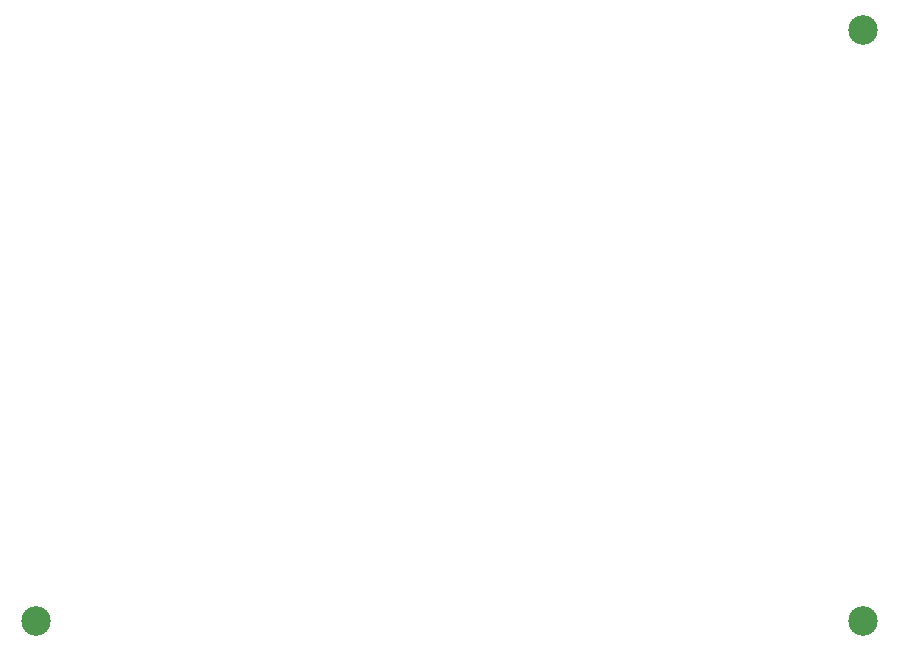
<source format=gbp>
%TF.GenerationSoftware,KiCad,Pcbnew,(5.0-dev-4122-gf60c251)*%
%TF.CreationDate,2018-06-11T17:10:56+01:00*%
%TF.ProjectId,ThermocoupleLogger,546865726D6F636F75706C654C6F6767,ca9ed02408*%
%TF.SameCoordinates,Original*%
%TF.FileFunction,Paste,Bot*%
%TF.FilePolarity,Positive*%
%FSLAX46Y46*%
G04 Gerber Fmt 4.6, Leading zero omitted, Abs format (unit mm)*
G04 Created by KiCad (PCBNEW (5.0-dev-4122-gf60c251)) date Monday, 11 June 2018 at 17:10:56*
%MOMM*%
%LPD*%
G01*
G04 APERTURE LIST*
%ADD10C,2.500000*%
G04 APERTURE END LIST*
D10*
X174846000Y-131026000D03*
X174846000Y-81026000D03*
X104846000Y-131026000D03*
M02*

</source>
